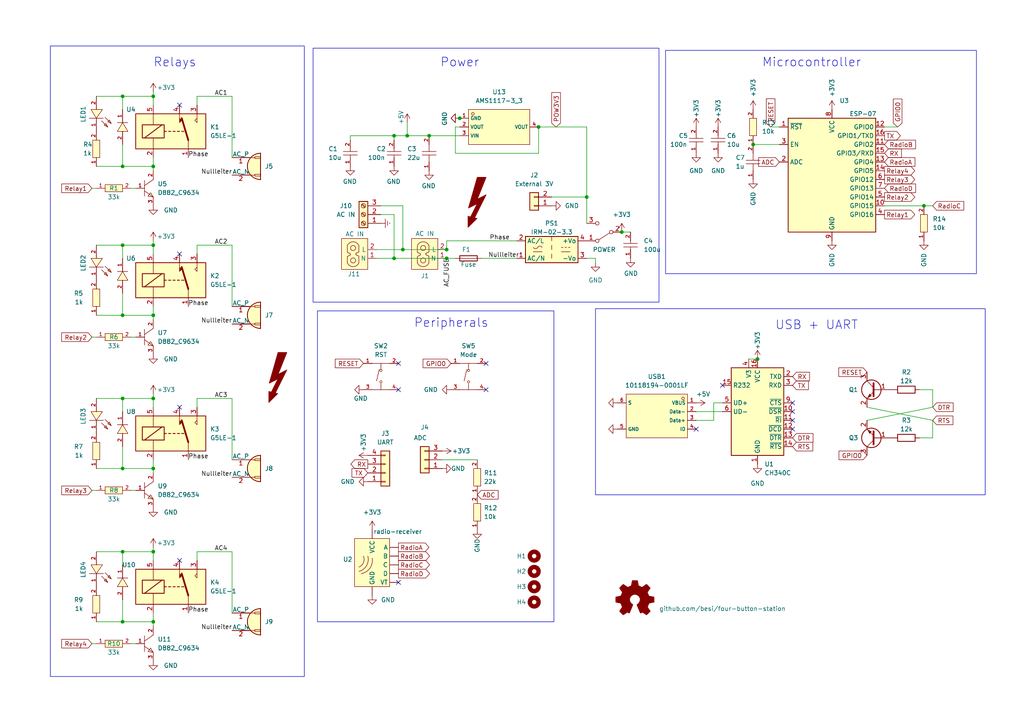
<source format=kicad_sch>
(kicad_sch (version 20230121) (generator eeschema)
  (paper "A4")
  (title_block (title "FourButtonStation") (date "2025-02-05") (rev "2.1-beta"))
  (junction (at 44.45 91.44))
  (junction (at 124.46 39.37))
  (junction (at 35.56 48.26))
  (junction (at 129.54 74.93))
  (junction (at 35.56 180.34))
  (junction (at 180.34 67.31))
  (junction (at 35.56 135.89))
  (junction (at 170.18 57.15))
  (junction (at 44.45 27.94))
  (junction (at 114.3 74.93))
  (junction (at 129.54 72.39))
  (junction (at 44.45 48.26))
  (junction (at 35.56 27.94))
  (junction (at 267.97 59.69))
  (junction (at 44.45 160.02))
  (junction (at 35.56 71.12))
  (junction (at 44.45 71.12))
  (junction (at 133.35 34.29))
  (junction (at 118.11 39.37))
  (junction (at 156.21 36.83))
  (junction (at 35.56 160.02))
  (junction (at 44.45 115.57))
  (junction (at 44.45 135.89))
  (junction (at 44.45 180.34))
  (junction (at 114.3 39.37))
  (junction (at 35.56 91.44))
  (junction (at 116.84 72.39))
  (junction (at 218.44 41.91))
  (junction (at 35.56 115.57))
  (junction (at 219.71 104.14))
  (no_connect (at 140.97 113.03))
  (no_connect (at 229.87 119.38))
  (no_connect (at 209.55 111.76))
  (no_connect (at 115.57 105.41))
  (no_connect (at 229.87 121.92))
  (no_connect (at 229.87 124.46))
  (no_connect (at 140.97 105.41))
  (no_connect (at 115.57 168.91))
  (no_connect (at 52.07 30.48))
  (no_connect (at 115.57 113.03))
  (no_connect (at 52.07 162.56))
  (no_connect (at 229.87 116.84))
  (no_connect (at 201.93 124.46))
  (no_connect (at 52.07 73.66))
  (no_connect (at 52.07 118.11))
  (wire (pts (xy 27.94 180.34) (xy 35.56 180.34)))
  (wire (pts (xy 27.94 48.26) (xy 35.56 48.26)))
  (wire (pts (xy 44.45 71.12) (xy 35.56 71.12)))
  (wire (pts (xy 57.15 160.02) (xy 57.15 162.56)))
  (wire (pts (xy 207.01 116.84) (xy 209.55 116.84)))
  (wire (pts (xy 67.31 160.02) (xy 67.31 177.8)))
  (wire (pts (xy 172.72 76.2) (xy 172.72 74.93)))
  (wire (pts (xy 35.56 41.91) (xy 35.56 48.26)))
  (wire (pts (xy 101.6 39.37) (xy 114.3 39.37)))
  (wire (pts (xy 114.3 62.23) (xy 114.3 74.93)))
  (wire (pts (xy 44.45 48.26) (xy 44.45 49.53)))
  (wire (pts (xy 101.6 40.64) (xy 101.6 39.37)))
  (wire (pts (xy 114.3 39.37) (xy 118.11 39.37)))
  (wire (pts (xy 44.45 180.34) (xy 44.45 181.61)))
  (wire (pts (xy 44.45 26.67) (xy 44.45 27.94)))
  (wire (pts (xy 267.97 59.69) (xy 270.51 59.69)))
  (wire (pts (xy 44.45 69.85) (xy 44.45 71.12)))
  (wire (pts (xy 27.94 97.79) (xy 26.67 97.79)))
  (wire (pts (xy 132.08 44.45) (xy 156.21 44.45)))
  (wire (pts (xy 109.22 72.39) (xy 116.84 72.39)))
  (wire (pts (xy 170.18 57.15) (xy 170.18 64.77)))
  (wire (pts (xy 207.01 121.92) (xy 207.01 116.84)))
  (wire (pts (xy 109.22 74.93) (xy 114.3 74.93)))
  (wire (pts (xy 132.08 36.83) (xy 133.35 36.83)))
  (wire (pts (xy 256.54 59.69) (xy 267.97 59.69)))
  (wire (pts (xy 118.11 39.37) (xy 124.46 39.37)))
  (wire (pts (xy 27.94 91.44) (xy 35.56 91.44)))
  (wire (pts (xy 129.54 74.93) (xy 132.08 74.93)))
  (wire (pts (xy 35.56 180.34) (xy 44.45 180.34)))
  (wire (pts (xy 57.15 115.57) (xy 57.15 118.11)))
  (wire (pts (xy 27.94 71.12) (xy 35.56 71.12)))
  (wire (pts (xy 38.1 142.24) (xy 39.37 142.24)))
  (wire (pts (xy 35.56 160.02) (xy 35.56 163.83)))
  (wire (pts (xy 44.45 71.12) (xy 44.45 73.66)))
  (wire (pts (xy 27.94 115.57) (xy 35.56 115.57)))
  (wire (pts (xy 201.93 119.38) (xy 209.55 119.38)))
  (wire (pts (xy 67.31 115.57) (xy 67.31 133.35)))
  (wire (pts (xy 57.15 160.02) (xy 67.31 160.02)))
  (wire (pts (xy 57.15 71.12) (xy 67.31 71.12)))
  (wire (pts (xy 38.1 186.69) (xy 39.37 186.69)))
  (wire (pts (xy 266.7 127) (xy 270.51 127)))
  (wire (pts (xy 57.15 71.12) (xy 57.15 73.66)))
  (wire (pts (xy 180.34 67.31) (xy 182.88 67.31)))
  (wire (pts (xy 270.51 121.92) (xy 270.51 127)))
  (wire (pts (xy 35.56 27.94) (xy 35.56 31.75)))
  (wire (pts (xy 44.45 45.72) (xy 44.45 48.26)))
  (wire (pts (xy 116.84 59.69) (xy 116.84 72.39)))
  (wire (pts (xy 139.7 74.93) (xy 149.86 74.93)))
  (wire (pts (xy 223.52 36.83) (xy 226.06 36.83)))
  (wire (pts (xy 44.45 135.89) (xy 44.45 137.16)))
  (wire (pts (xy 35.56 129.54) (xy 35.56 135.89)))
  (wire (pts (xy 44.45 115.57) (xy 35.56 115.57)))
  (wire (pts (xy 44.45 27.94) (xy 35.56 27.94)))
  (wire (pts (xy 44.45 160.02) (xy 44.45 162.56)))
  (wire (pts (xy 67.31 27.94) (xy 67.31 45.72)))
  (wire (pts (xy 35.56 48.26) (xy 44.45 48.26)))
  (wire (pts (xy 44.45 88.9) (xy 44.45 91.44)))
  (wire (pts (xy 44.45 177.8) (xy 44.45 180.34)))
  (wire (pts (xy 27.94 54.61) (xy 26.67 54.61)))
  (wire (pts (xy 128.27 133.35) (xy 138.43 133.35)))
  (wire (pts (xy 35.56 85.09) (xy 35.56 91.44)))
  (wire (pts (xy 114.3 40.64) (xy 114.3 39.37)))
  (wire (pts (xy 44.45 27.94) (xy 44.45 30.48)))
  (wire (pts (xy 156.21 36.83) (xy 170.18 36.83)))
  (wire (pts (xy 114.3 74.93) (xy 129.54 74.93)))
  (wire (pts (xy 44.45 158.75) (xy 44.45 160.02)))
  (wire (pts (xy 27.94 186.69) (xy 26.67 186.69)))
  (wire (pts (xy 201.93 121.92) (xy 207.01 121.92)))
  (wire (pts (xy 35.56 173.99) (xy 35.56 180.34)))
  (wire (pts (xy 129.54 69.85) (xy 129.54 72.39)))
  (wire (pts (xy 218.44 41.91) (xy 226.06 41.91)))
  (wire (pts (xy 27.94 27.94) (xy 35.56 27.94)))
  (wire (pts (xy 27.94 160.02) (xy 35.56 160.02)))
  (wire (pts (xy 266.7 113.03) (xy 270.51 113.03)))
  (wire (pts (xy 44.45 160.02) (xy 35.56 160.02)))
  (wire (pts (xy 118.11 35.56) (xy 118.11 39.37)))
  (wire (pts (xy 270.51 121.92) (xy 251.46 118.11)))
  (wire (pts (xy 44.45 114.3) (xy 44.45 115.57)))
  (wire (pts (xy 129.54 69.85) (xy 149.86 69.85)))
  (wire (pts (xy 57.15 27.94) (xy 57.15 30.48)))
  (wire (pts (xy 170.18 36.83) (xy 170.18 57.15)))
  (wire (pts (xy 35.56 115.57) (xy 35.56 119.38)))
  (wire (pts (xy 35.56 91.44) (xy 44.45 91.44)))
  (wire (pts (xy 124.46 39.37) (xy 133.35 39.37)))
  (wire (pts (xy 44.45 115.57) (xy 44.45 118.11)))
  (wire (pts (xy 270.51 118.11) (xy 251.46 121.92)))
  (wire (pts (xy 44.45 91.44) (xy 44.45 92.71)))
  (wire (pts (xy 156.21 44.45) (xy 156.21 36.83)))
  (wire (pts (xy 67.31 71.12) (xy 67.31 88.9)))
  (wire (pts (xy 160.02 57.15) (xy 170.18 57.15)))
  (wire (pts (xy 132.08 36.83) (xy 132.08 44.45)))
  (wire (pts (xy 38.1 97.79) (xy 39.37 97.79)))
  (wire (pts (xy 27.94 135.89) (xy 35.56 135.89)))
  (wire (pts (xy 35.56 135.89) (xy 44.45 135.89)))
  (wire (pts (xy 27.94 142.24) (xy 26.67 142.24)))
  (wire (pts (xy 57.15 115.57) (xy 67.31 115.57)))
  (wire (pts (xy 256.54 36.83) (xy 260.35 36.83)))
  (wire (pts (xy 38.1 54.61) (xy 39.37 54.61)))
  (wire (pts (xy 35.56 71.12) (xy 35.56 74.93)))
  (wire (pts (xy 57.15 27.94) (xy 67.31 27.94)))
  (wire (pts (xy 170.18 74.93) (xy 172.72 74.93)))
  (wire (pts (xy 116.84 72.39) (xy 129.54 72.39)))
  (wire (pts (xy 270.51 118.11) (xy 270.51 113.03)))
  (wire (pts (xy 44.45 133.35) (xy 44.45 135.89)))
  (wire (pts (xy 110.49 62.23) (xy 114.3 62.23)))
  (wire (pts (xy 217.17 104.14) (xy 219.71 104.14)))
  (wire (pts (xy 110.49 59.69) (xy 116.84 59.69)))
  (rectangle (start 172.72 89.535) (end 285.75 143.51))
  (rectangle (start 90.805 13.97) (end 191.135 87.63))
  (rectangle (start 92.075 90.17) (end 160.655 180.34))
  (rectangle (start 14.605 13.335) (end 88.265 196.215))
  (rectangle (start 193.04 14.605) (end 283.21 79.375))
  (text "Relays" (at 44.45 19.685 0) (effects (font (size 2.54 2.54)) (justify left bottom)))
  (text "Microcontroller" (at 220.98 19.685 0) (effects (font (size 2.54 2.54)) (justify left bottom)))
  (text "Power" (at 127.635 19.685 0) (effects (font (size 2.54 2.54)) (justify left bottom)))
  (text "USB + UART" (at 224.79 95.885 0) (effects (font (size 2.54 2.54)) (justify left bottom)))
  (text "Peripherals" (at 120.015 95.25 0) (effects (font (size 2.54 2.54)) (justify left bottom)))
  (label "Nullleiter" (at 67.31 93.98 180))
  (label "Nullleiter" (at 141.605 74.93 0))
  (label "AC2" (at 62.23 71.12 0))
  (label "Phase" (at 141.986 69.85 0))
  (label "AC1" (at 62.23 27.94 0))
  (label "AC3" (at 62.23 115.57 0))
  (label "AC_FUSE" (at 130.556 74.93 270))
  (label "Phase" (at 54.61 88.9 0))
  (label "Nullleiter" (at 67.31 50.8 180))
  (label "Nullleiter" (at 67.31 182.88 180))
  (label "Phase" (at 54.61 133.35 0))
  (label "Nullleiter" (at 67.31 138.43 180))
  (label "Phase" (at 54.61 177.8 0))
  (label "AC4" (at 62.23 160.02 0))
  (label "Phase" (at 54.61 45.72 0))
  (global_label "ADC" (shape input) (at 138.43 143.51 0) (property "Intersheetrefs" "${INTERSHEET_REFS}" (effects hide)))
  (global_label "RadioB" (shape output) (at 115.57 161.29 0) (property "Intersheetrefs" "${INTERSHEET_REFS}" (effects hide)))
  (global_label "RadioD" (shape input) (at 256.54 54.61 0) (property "Intersheetrefs" "${INTERSHEET_REFS}" (effects hide)))
  (global_label "RadioB" (shape input) (at 256.54 41.91 0) (property "Intersheetrefs" "${INTERSHEET_REFS}" (effects hide)))
  (global_label "ADC" (shape input) (at 226.06 46.99 180) (property "Intersheetrefs" "${INTERSHEET_REFS}" (effects hide)))
  (global_label "RTS" (shape input) (at 270.51 121.92 0) (property "Intersheetrefs" "${INTERSHEET_REFS}" (effects hide)))
  (global_label "DTR" (shape input) (at 229.87 127 0) (property "Intersheetrefs" "${INTERSHEET_REFS}" (effects hide)))
  (global_label "TX" (shape input) (at 229.87 111.76 0) (property "Intersheetrefs" "${INTERSHEET_REFS}" (effects hide)))
  (global_label "RX" (shape output) (at 106.68 134.62 180) (property "Intersheetrefs" "${INTERSHEET_REFS}" (effects hide)))
  (global_label "Relay2" (shape input) (at 26.67 97.79 180) (property "Intersheetrefs" "${INTERSHEET_REFS}" (effects hide)))
  (global_label "Relay1" (shape input) (at 26.67 54.61 180) (property "Intersheetrefs" "${INTERSHEET_REFS}" (effects hide)))
  (global_label "RTS" (shape input) (at 229.87 129.54 0) (property "Intersheetrefs" "${INTERSHEET_REFS}" (effects hide)))
  (global_label "RESET" (shape input) (at 223.52 36.83 90) (property "Intersheetrefs" "${INTERSHEET_REFS}" (effects hide)))
  (global_label "Relay4" (shape output) (at 256.54 49.53 0) (property "Intersheetrefs" "${INTERSHEET_REFS}" (effects hide)))
  (global_label "RadioA" (shape output) (at 115.57 158.75 0) (property "Intersheetrefs" "${INTERSHEET_REFS}" (effects hide)))
  (global_label "RESET" (shape input) (at 105.41 105.41 180) (property "Intersheetrefs" "${INTERSHEET_REFS}" (effects hide)))
  (global_label "RadioA" (shape input) (at 256.54 46.99 0) (property "Intersheetrefs" "${INTERSHEET_REFS}" (effects hide)))
  (global_label "RESET" (shape input) (at 251.46 107.95 180) (property "Intersheetrefs" "${INTERSHEET_REFS}" (effects hide)))
  (global_label "RX" (shape input) (at 229.87 109.22 0) (property "Intersheetrefs" "${INTERSHEET_REFS}" (effects hide)))
  (global_label "RadioD" (shape output) (at 115.57 166.37 0) (property "Intersheetrefs" "${INTERSHEET_REFS}" (effects hide)))
  (global_label "RadioC" (shape input) (at 270.51 59.69 0) (property "Intersheetrefs" "${INTERSHEET_REFS}" (effects hide)))
  (global_label "Relay2" (shape output) (at 256.54 57.15 0) (property "Intersheetrefs" "${INTERSHEET_REFS}" (effects hide)))
  (global_label "Relay3" (shape output) (at 256.54 52.07 0) (property "Intersheetrefs" "${INTERSHEET_REFS}" (effects hide)))
  (global_label "Relay1" (shape output) (at 256.54 62.23 0) (property "Intersheetrefs" "${INTERSHEET_REFS}" (effects hide)))
  (global_label "GPIO0" (shape input) (at 260.35 36.83 90) (property "Intersheetrefs" "${INTERSHEET_REFS}" (effects hide)))
  (global_label "Relay3" (shape input) (at 26.67 142.24 180) (property "Intersheetrefs" "${INTERSHEET_REFS}" (effects hide)))
  (global_label "TX" (shape output) (at 256.54 39.37 0) (property "Intersheetrefs" "${INTERSHEET_REFS}" (effects hide)))
  (global_label "GPIO0" (shape input) (at 251.46 132.08 180) (property "Intersheetrefs" "${INTERSHEET_REFS}" (effects hide)))
  (global_label "TX" (shape input) (at 106.68 137.16 180) (property "Intersheetrefs" "${INTERSHEET_REFS}" (effects hide)))
  (global_label "Relay4" (shape input) (at 26.67 186.69 180) (property "Intersheetrefs" "${INTERSHEET_REFS}" (effects hide)))
  (global_label "RadioC" (shape output) (at 115.57 163.83 0) (property "Intersheetrefs" "${INTERSHEET_REFS}" (effects hide)))
  (global_label "POW3V3" (shape input) (at 161.29 36.83 90) (property "Intersheetrefs" "${INTERSHEET_REFS}" (effects hide)))
  (global_label "RX" (shape input) (at 256.54 44.45 0) (property "Intersheetrefs" "${INTERSHEET_REFS}" (effects hide)))
  (global_label "DTR" (shape input) (at 270.51 118.11 0) (property "Intersheetrefs" "${INTERSHEET_REFS}" (effects hide)))
  (global_label "GPIO0" (shape input) (at 130.81 105.41 180) (property "Intersheetrefs" "${INTERSHEET_REFS}" (effects hide)))
  (symbol (lib_id "Connector_Generic:Conn_01x04") (at 111.76 137.16 0) (mirror x) (unit 1) (in_bom no)
    (property "Reference" "J3" (at 111.76 125.73 0))
    (property "Value" "UART" (at 111.76 128.27 0))
    (property "Footprint" "Connector_PinHeader_2.54mm:PinHeader_1x04_P2.54mm_Vertical" (effects hide))
  )
  (symbol (lib_id "Connector:Conn_WallSocket") (at 72.39 48.26 0) (unit 1) (in_bom no)
    (property "Reference" "J5" (at 76.835 48.26 0) (effects (justify left)))
    (property "Value" "Conn_WallSocket" (effects hide))
    (property "Footprint" "TerminalBlock_Phoenix:TerminalBlock_Phoenix_MKDS-1,5-2_1x02_P5.00mm_Horizontal" (effects hide))
  )
  (symbol (lib_id "CL05B104KO5NNNC:CL05B104KO5NNNC") (at 201.93 40.64 90) (unit 1)
    (property "Reference" "C5" (at 196.85 39.37 90) (effects (justify right)))
    (property "Value" "100n" (at 194.31 41.91 90) (effects (justify right)))
    (property "Footprint" "jlc_footprints:C0402" (effects hide))
    (property "Datasheet" "https://item.szlcsc.com/15869.html" (effects hide))
    (property "LCSC" "C1525" (effects hide))
  )
  (symbol (lib_id "jlc_symbols:0603WAF3302T5E") (at 33.02 54.61 0) (unit 1)
    (property "Reference" "R1" (at 33.02 54.61 0))
    (property "Value" "33k" (at 33.02 57.15 0))
    (property "Footprint" "jlc_footprints:R0603" (effects hide))
    (property "Datasheet" "https://www.mouser.in/datasheet/2/447/PYu_RT_1_to_0_01_RoHS_L_11-1669912.pdf" (effects hide))
    (property "LCSC" "C4216" (effects hide))
  )
  (symbol (lib_id "power:GND") (at 44.45 147.32 0) (unit 1)
    (property "Reference" "#PWR022" (effects hide))
    (property "Value" "GND" (at 47.498 148.5899 0) (effects (justify left)))
  )
  (symbol (lib_id "power:+3V3") (at 219.71 104.14 0) (mirror y) (unit 1)
    (property "Reference" "#PWR015" (effects hide))
    (property "Value" "+3V3" (at 219.71 96.139 90) (effects (justify right)))
  )
  (symbol (lib_id "jlc_symbols:KT-0603R") (at 27.94 76.2 270) (mirror x) (unit 1)
    (property "Reference" "LED2" (at 24.13 78.74 0) (effects (justify left)))
    (property "Value" "KT-0603R" (effects hide))
    (property "Footprint" "jlc_footprints:LED0603-RD" (effects hide))
    (property "Datasheet" "https://item.szlcsc.com/347874.html" (effects hide))
    (property "LCSC" "C2286" (effects hide))
  )
  (symbol (lib_id "power:GND") (at 219.71 134.62 0) (unit 1)
    (property "Reference" "#PWR018" (effects hide))
    (property "Value" "GND" (at 219.71 140.208 0))
  )
  (symbol (lib_id "power:GND") (at 133.35 34.29 270) (unit 1)
    (property "Reference" "#PWR032" (effects hide))
    (property "Value" "GND" (at 128.9558 34.417 0))
  )
  (symbol (lib_id "jlc_symbols:0603WAF3302T5E") (at 33.02 186.69 0) (unit 1)
    (property "Reference" "R10" (at 33.02 186.69 0))
    (property "Value" "33k" (at 33.02 189.23 0))
    (property "Footprint" "jlc_footprints:R0603" (effects hide))
    (property "Datasheet" "https://www.mouser.in/datasheet/2/447/PYu_RT_1_to_0_01_RoHS_L_11-1669912.pdf" (effects hide))
    (property "LCSC" "C4216" (effects hide))
  )
  (symbol (lib_id "jlc_symbols:KT-0603R") (at 27.94 120.65 270) (mirror x) (unit 1)
    (property "Reference" "LED3" (at 24.13 123.19 0) (effects (justify left)))
    (property "Value" "KT-0603R" (effects hide))
    (property "Footprint" "jlc_footprints:LED0603-RD" (effects hide))
    (property "Datasheet" "https://item.szlcsc.com/347874.html" (effects hide))
    (property "LCSC" "C2286" (effects hide))
  )
  (symbol (lib_id "Mechanical:MountingHole") (at 154.94 170.18 0) (unit 1) (in_bom no)
    (property "Reference" "H3" (at 149.86 170.18 0) (effects (justify left)))
    (property "Value" "MountingHole" (effects hide))
    (property "Footprint" "MountingHole:MountingHole_3.2mm_M3" (effects hide))
  )
  (symbol (lib_id "power:GND") (at 105.41 113.03 270) (mirror x) (unit 1)
    (property "Reference" "#PWR02" (effects hide))
    (property "Value" "GND" (at 106.68 115.57 90) (effects (justify right)))
  )
  (symbol (lib_id "power:GND") (at 218.44 52.07 0) (unit 1)
    (property "Reference" "#PWR042" (effects hide))
    (property "Value" "GND" (at 218.44 59.69 90) (effects (justify left)))
  )
  (symbol (lib_id "Graphic:SYM_Flash_XLarge") (at 80.645 110.49 0) (unit 1) (in_bom no) (on_board no)
    (property "Reference" "Sym3" (effects hide))
    (property "Value" "SYM_Flash_XLarge" (effects hide))
    (property "Sim.Enable" "0" (effects hide))
  )
  (symbol (lib_id "jlc_symbols:KT-0603R") (at 27.94 165.1 270) (mirror x) (unit 1)
    (property "Reference" "LED4" (at 24.13 167.64 0) (effects (justify left)))
    (property "Value" "KT-0603R" (effects hide))
    (property "Footprint" "jlc_footprints:LED0603-RD" (effects hide))
    (property "Datasheet" "https://item.szlcsc.com/347874.html" (effects hide))
    (property "LCSC" "C2286" (effects hide))
  )
  (symbol (lib_id "Device:R") (at 262.89 113.03 90) (unit 1)
    (property "Reference" "R2" (at 262.89 107.95 90))
    (property "Value" "12k" (at 262.89 110.49 90))
    (property "Footprint" "jlc_footprints:R0402" (effects hide))
    (property "LCSC" "C25752" (effects hide))
  )
  (symbol (lib_id "jlc_symbols:SM4007PL") (at 35.56 36.83 270) (unit 1)
    (property "Reference" "U4" (at 39.37 31.75 90) (effects (justify right)))
    (property "Value" "SM4007PL" (effects hide))
    (property "Footprint" "jlc_footprints:SOD-123F_L2.8-W1.8-LS3.7-RD" (effects hide))
    (property "Datasheet" "https://item.szlcsc.com/60254.html" (effects hide))
    (property "LCSC" "C64898" (effects hide))
  )
  (symbol (lib_id "power:GND") (at 172.72 76.2 0) (unit 1)
    (property "Reference" "#PWR03" (effects hide))
    (property "Value" "GND" (at 172.72 81.28 0))
  )
  (symbol (lib_id "jlc_symbols:0402WGF1001TCE") (at 27.94 43.18 90) (unit 1)
    (property "Reference" "R4" (at 24.13 41.91 90) (effects (justify right)))
    (property "Value" "1k" (at 24.13 44.45 90) (effects (justify right)))
    (property "Footprint" "jlc_footprints:R0402" (effects hide))
    (property "Datasheet" "https://item.szlcsc.com/323315.html" (effects hide))
    (property "LCSC" "C11702" (effects hide))
  )
  (symbol (lib_id "Relay:G5LE-1") (at 49.53 38.1 0) (unit 1) (in_bom no)
    (property "Reference" "K1" (at 60.96 36.83 0) (effects (justify left)))
    (property "Value" "G5LE-1" (at 60.96 39.37 0) (effects (justify left)))
    (property "Footprint" "Relay_THT:Relay_SPDT_Omron-G5LE-1" (effects hide))
    (property "Datasheet" "http://www.omron.com/ecb/products/pdf/en-g5le.pdf" (effects hide))
  )
  (symbol (lib_name "GND_1") (lib_id "power:GND") (at 208.28 44.45 0) (unit 1)
    (property "Reference" "#PWR037" (effects hide))
    (property "Value" "GND" (at 208.28 49.53 0))
  )
  (symbol (lib_id "power:+3V3") (at 44.45 26.67 0) (unit 1)
    (property "Reference" "#PWR016" (effects hide))
    (property "Value" "+3V3" (at 50.8 25.4 0) (effects (justify right)))
  )
  (symbol (lib_id "jlc_symbols:0603WAF1002T5E") (at 218.44 36.83 90) (unit 1)
    (property "Reference" "R13" (at 220.98 35.56 90) (effects (justify right)))
    (property "Value" "10k" (at 220.98 38.1 90) (effects (justify right)))
    (property "Footprint" "jlc_footprints:R0603" (effects hide))
    (property "Datasheet" "https://www.mouser.in/datasheet/2/447/PYu_RT_1_to_0_01_RoHS_L_11-1669912.pdf" (effects hide))
    (property "LCSC" "C25804" (effects hide))
  )
  (symbol (lib_id "jlc_symbols:D882_C9634") (at 41.91 97.79 0) (unit 1)
    (property "Reference" "U7" (at 45.72 96.52 0) (effects (justify left)))
    (property "Value" "D882_C9634" (at 45.72 99.06 0) (effects (justify left)))
    (property "Footprint" "jlc_footprints:SOT-89-3_L4.5-W2.5-P1.50-LS4.2-BR" (effects hide))
    (property "Datasheet" "https://item.szlcsc.com/421845.html" (effects hide))
    (property "LCSC" "C9634" (effects hide))
  )
  (symbol (lib_id "c8-inlet:c8-inlet") (at 102.87 72.39 0) (mirror x) (unit 1) (in_bom no)
    (property "Reference" "J11" (at 104.4715 79.4682 0) (effects (justify right)))
    (property "Value" "AC IN" (at 105.6365 67.8755 0) (effects (justify right)))
    (property "Footprint" "c8-inlet:c8-inlet" (effects hide))
    (property "Datasheet" "https://www.switchcraft.com/assets/1/24/RAPC322X_CD.PDF?4597" (effects hide))
  )
  (symbol (lib_id "power:GND") (at 179.07 116.84 270) (unit 1)
    (property "Reference" "#PWR039" (effects hide))
    (property "Value" "GND" (effects hide))
  )
  (symbol (lib_id "power:GND") (at 101.6 48.26 0) (mirror y) (unit 1)
    (property "Reference" "#PWR025" (effects hide))
    (property "Value" "GND" (at 101.473 52.6542 0))
  )
  (symbol (lib_id "Transistor_BJT:MMBT3904") (at 254 113.03 0) (mirror y) (unit 1)
    (property "Reference" "Q1" (at 248.92 113.03 0) (effects (justify left)))
    (property "Value" "MMBT3904" (effects hide))
    (property "Footprint" "jlc_footprints:SOT-23-3_L2.9-W1.3-P1.90-LS2.4-BR" (effects hide))
    (property "Datasheet" "https://www.onsemi.com/pub/Collateral/2N3903-D.PDF" (effects hide))
    (property "LCSC" "C20526" (effects hide))
  )
  (symbol (lib_id "power:GND") (at 44.45 102.87 0) (unit 1)
    (property "Reference" "#PWR020" (effects hide))
    (property "Value" "GND" (at 47.498 104.1399 0) (effects (justify left)))
  )
  (symbol (lib_id "power:GND") (at 124.46 49.53 0) (mirror y) (unit 1)
    (property "Reference" "#PWR031" (effects hide))
    (property "Value" "GND" (at 124.333 53.9242 0))
  )
  (symbol (lib_id "TS-1187A-B-A-B:TS-1187A-B-A-B") (at 135.89 107.95 0) (unit 1)
    (property "Reference" "SW5" (at 135.89 100.33 0))
    (property "Value" "Mode" (at 135.89 102.87 0))
    (property "Footprint" "jlc_footprints:SW-SMD_4P-L5.1-W5.1-P3.70-LS6.5-TL-2" (effects hide))
    (property "Datasheet" "https://item.szlcsc.com/300285.html" (effects hide))
    (property "LCSC" "C318884" (effects hide))
  )
  (symbol (lib_id "Relay:G5LE-1") (at 49.53 125.73 0) (unit 1) (in_bom no)
    (property "Reference" "K3" (at 60.96 124.46 0) (effects (justify left)))
    (property "Value" "G5LE-1" (at 60.96 127 0) (effects (justify left)))
    (property "Footprint" "Relay_THT:Relay_SPDT_Omron-G5LE-1" (effects hide))
    (property "Datasheet" "http://www.omron.com/ecb/products/pdf/en-g5le.pdf" (effects hide))
  )
  (symbol (lib_id "jlc_symbols:D882_C9634") (at 41.91 54.61 0) (unit 1)
    (property "Reference" "U5" (at 45.72 53.34 0) (effects (justify left)))
    (property "Value" "D882_C9634" (at 45.72 55.88 0) (effects (justify left)))
    (property "Footprint" "jlc_footprints:SOT-89-3_L4.5-W2.5-P1.50-LS4.2-BR" (effects hide))
    (property "Datasheet" "https://item.szlcsc.com/421845.html" (effects hide))
    (property "LCSC" "C9634" (effects hide))
  )
  (symbol (lib_id "power:+3V3") (at 106.68 132.08 90) (unit 1)
    (property "Reference" "#PWR08" (effects hide))
    (property "Value" "+3V3" (at 105.41 125.73 0) (effects (justify right)))
  )
  (symbol (lib_id "power:+5V") (at 201.93 116.84 270) (unit 1)
    (property "Reference" "#PWR010" (effects hide))
    (property "Value" "+5V" (at 201.93 114.3 90) (effects (justify left)))
  )
  (symbol (lib_id "Relay:G5LE-1") (at 49.53 81.28 0) (unit 1) (in_bom no)
    (property "Reference" "K2" (at 60.96 80.01 0) (effects (justify left)))
    (property "Value" "G5LE-1" (at 60.96 82.55 0) (effects (justify left)))
    (property "Footprint" "Relay_THT:Relay_SPDT_Omron-G5LE-1" (effects hide))
    (property "Datasheet" "http://www.omron.com/ecb/products/pdf/en-g5le.pdf" (effects hide))
  )
  (symbol (lib_id "Mechanical:MountingHole") (at 154.94 161.29 0) (unit 1) (in_bom no)
    (property "Reference" "H1" (at 149.86 161.29 0) (effects (justify left)))
    (property "Value" "MountingHole" (effects hide))
    (property "Footprint" "MountingHole:MountingHole_3.2mm_M3" (effects hide))
  )
  (symbol (lib_id "CL05B104KO5NNNC:CL05B104KO5NNNC") (at 114.3 44.45 90) (unit 1)
    (property "Reference" "C2" (at 109.22 43.18 90) (effects (justify right)))
    (property "Value" "100n" (at 106.68 45.72 90) (effects (justify right)))
    (property "Footprint" "jlc_footprints:C0402" (effects hide))
    (property "Datasheet" "https://item.szlcsc.com/15869.html" (effects hide))
    (property "LCSC" "C1525" (effects hide))
  )
  (symbol (lib_id "jlc_symbols:0603WAF3302T5E") (at 33.02 97.79 0) (unit 1)
    (property "Reference" "R6" (at 33.02 97.79 0))
    (property "Value" "33k" (at 33.02 100.33 0))
    (property "Footprint" "jlc_footprints:R0603" (effects hide))
    (property "Datasheet" "https://www.mouser.in/datasheet/2/447/PYu_RT_1_to_0_01_RoHS_L_11-1669912.pdf" (effects hide))
    (property "LCSC" "C4216" (effects hide))
  )
  (symbol (lib_id "power:GND") (at 179.07 124.46 270) (unit 1)
    (property "Reference" "#PWR04" (effects hide))
    (property "Value" "GND" (effects hide))
  )
  (symbol (lib_name "GND_1") (lib_id "power:GND") (at 201.93 44.45 0) (unit 1)
    (property "Reference" "#PWR035" (effects hide))
    (property "Value" "GND" (at 201.93 49.53 0))
  )
  (symbol (lib_id "jlc_symbols:0402WGF1001TCE") (at 27.94 175.26 270) (mirror x) (unit 1)
    (property "Reference" "R9" (at 24.13 173.99 90) (effects (justify right)))
    (property "Value" "1k" (at 24.13 176.53 90) (effects (justify right)))
    (property "Footprint" "jlc_footprints:R0402" (effects hide))
    (property "Datasheet" "https://item.szlcsc.com/323315.html" (effects hide))
    (property "LCSC" "C11702" (effects hide))
  )
  (symbol (lib_id "RF_Module:ESP-07") (at 241.3 52.07 0) (unit 1)
    (property "Reference" "U3" (at 243.4941 29.21 0) (effects (justify left)))
    (property "Value" "ESP-07" (at 246.38 33.02 0) (effects (justify left)))
    (property "Footprint" "jlc_footprints:WIFIM-SMD_ESP-07" (effects hide))
    (property "Datasheet" "https://docs.ai-thinker.com/_media/esp8266/docs/esp-07s_product_specification_en.pdf" (effects hide))
    (property "LCSC" "C82894" (effects hide))
  )
  (symbol (lib_id "power:GND") (at 107.95 172.72 0) (unit 1)
    (property "Reference" "#PWR012" (effects hide))
    (property "Value" "GND" (at 110.49 173.9899 0) (effects (justify left)))
  )
  (symbol (lib_id "jlc_symbols:D882_C9634") (at 41.91 186.69 0) (unit 1)
    (property "Reference" "U11" (at 45.72 185.42 0) (effects (justify left)))
    (property "Value" "D882_C9634" (at 45.72 187.96 0) (effects (justify left)))
    (property "Footprint" "jlc_footprints:SOT-89-3_L4.5-W2.5-P1.50-LS4.2-BR" (effects hide))
    (property "Datasheet" "https://item.szlcsc.com/421845.html" (effects hide))
    (property "LCSC" "C9634" (effects hide))
  )
  (symbol (lib_id "jlc_symbols:0603WAF2202T5E") (at 138.43 138.43 90) (unit 1)
    (property "Reference" "R11" (at 140.335 137.16 90) (effects (justify right)))
    (property "Value" "22k" (at 140.335 139.7 90) (effects (justify right)))
    (property "Footprint" "jlc_footprints:R0603" (effects hide))
    (property "Datasheet" "https://www.mouser.in/datasheet/2/447/PYu_RT_1_to_0_01_RoHS_L_11-1669912.pdf" (effects hide))
    (property "LCSC" "C31850" (effects hide))
  )
  (symbol (lib_id "jlc_symbols:SM4007PL") (at 35.56 124.46 270) (unit 1)
    (property "Reference" "U8" (at 39.37 119.38 90) (effects (justify right)))
    (property "Value" "SM4007PL" (effects hide))
    (property "Footprint" "jlc_footprints:SOD-123F_L2.8-W1.8-LS3.7-RD" (effects hide))
    (property "Datasheet" "https://item.szlcsc.com/60254.html" (effects hide))
    (property "LCSC" "C64898" (effects hide))
  )
  (symbol (lib_id "power:GND") (at 241.3 69.85 0) (unit 1)
    (property "Reference" "#PWR027" (effects hide))
    (property "Value" "GND" (at 241.3 77.47 90) (effects (justify left)))
  )
  (symbol (lib_id "power:GND") (at 44.45 191.77 0) (unit 1)
    (property "Reference" "#PWR024" (effects hide))
    (property "Value" "GND" (at 47.498 193.0399 0) (effects (justify left)))
  )
  (symbol (lib_id "power:GND") (at 160.02 59.69 90) (unit 1)
    (property "Reference" "#PWR01" (effects hide))
    (property "Value" "GND" (at 163.83 59.69 90) (effects (justify right)))
  )
  (symbol (lib_id "power:GND") (at 128.27 135.89 90) (mirror x) (unit 1)
    (property "Reference" "#PWR013" (effects hide))
    (property "Value" "GND" (at 130.81 135.89 90) (effects (justify right)))
  )
  (symbol (lib_id "CL05A106MQ5NUNC:CL05A106MQ5NUNC") (at 101.6 44.45 90) (unit 1)
    (property "Reference" "C1" (at 95.25 43.18 90) (effects (justify right)))
    (property "Value" "10u" (at 95.25 45.72 90) (effects (justify right)))
    (property "Footprint" "jlc_footprints:C0402" (effects hide))
    (property "Datasheet" "https://item.szlcsc.com/15869.html" (effects hide))
    (property "LCSC" "C15525" (effects hide))
  )
  (symbol (lib_id "power:+3V3") (at 201.93 36.83 0) (mirror y) (unit 1)
    (property "Reference" "#PWR030" (effects hide))
    (property "Value" "+3V3" (at 201.93 28.829 90) (effects (justify right)))
  )
  (symbol (lib_id "power:+3V3") (at 128.27 130.81 270) (unit 1)
    (property "Reference" "#PWR014" (effects hide))
    (property "Value" "+3V3" (at 136.398 130.81 90) (effects (justify right)))
  )
  (symbol (lib_id "Switch:SW_SPDT") (at 175.26 67.31 180) (unit 1) (in_bom no)
    (property "Reference" "SW1" (effects hide))
    (property "Value" "POWER" (at 175.26 72.39 0))
    (property "Footprint" "as12ap:as12ap" (effects hide))
  )
  (symbol (lib_id "power:GND") (at 182.88 74.93 0) (unit 1)
    (property "Reference" "#PWR034" (effects hide))
    (property "Value" "GND" (at 183.007 79.3242 0))
  )
  (symbol (lib_id "Converter_ACDC:IRM-02-5") (at 160.02 72.39 0) (unit 1) (in_bom no)
    (property "Reference" "PS1" (at 160.02 64.77 0))
    (property "Value" "IRM-02-3.3" (at 160.02 67.31 0))
    (property "Footprint" "Converter_ACDC:Converter_ACDC_MeanWell_IRM-05-xx_THT" (effects hide))
    (property "Datasheet" "https://www.meanwell.com/Upload/PDF/IRM-02/IRM-02-SPEC.PDF" (effects hide))
  )
  (symbol (lib_id "Connector:Screw_Terminal_01x03") (at 105.41 62.23 180) (unit 1) (in_bom no)
    (property "Reference" "J10" (at 100.33 59.69 0))
    (property "Value" "AC IN" (at 100.33 62.23 0))
    (property "Footprint" "TerminalBlock_Phoenix:TerminalBlock_Phoenix_MKDS-1,5-3-5.08_1x03_P5.08mm_Horizontal" (effects hide))
  )
  (symbol (lib_id "jlc_symbols:0603WAF1002T5E") (at 267.97 64.77 90) (unit 1)
    (property "Reference" "R14" (at 270.51 63.5 90) (effects (justify right)))
    (property "Value" "10k" (at 270.51 66.04 90) (effects (justify right)))
    (property "Footprint" "jlc_footprints:R0603" (effects hide))
    (property "Datasheet" "https://www.mouser.in/datasheet/2/447/PYu_RT_1_to_0_01_RoHS_L_11-1669912.pdf" (effects hide))
    (property "LCSC" "C25804" (effects hide))
  )
  (symbol (lib_id "Transistor_BJT:MMBT3904") (at 254 127 180) (unit 1)
    (property "Reference" "Q3" (at 248.92 127 0) (effects (justify left)))
    (property "Value" "MMBT3904" (effects hide))
    (property "Footprint" "jlc_footprints:SOT-23-3_L2.9-W1.3-P1.90-LS2.4-BR" (effects hide))
    (property "Datasheet" "https://www.onsemi.com/pub/Collateral/2N3903-D.PDF" (effects hide))
    (property "LCSC" "C20526" (effects hide))
  )
  (symbol (lib_id "jlc_symbols:0402WGF1001TCE") (at 27.94 86.36 270) (mirror x) (unit 1)
    (property "Reference" "R5" (at 24.13 85.09 90) (effects (justify right)))
    (property "Value" "1k" (at 24.13 87.63 90) (effects (justify right)))
    (property "Footprint" "jlc_footprints:R0402" (effects hide))
    (property "Datasheet" "https://item.szlcsc.com/323315.html" (effects hide))
    (property "LCSC" "C11702" (effects hide))
  )
  (symbol (lib_id "power:GND") (at 44.45 59.69 0) (unit 1)
    (property "Reference" "#PWR017" (effects hide))
    (property "Value" "GND" (at 47.498 60.9599 0) (effects (justify left)))
  )
  (symbol (lib_id "power:+3V3") (at 241.3 31.75 0) (unit 1)
    (property "Reference" "#PWR026" (effects hide))
    (property "Value" "+3V3" (at 241.3 22.86 90) (effects (justify right)))
  )
  (symbol (lib_id "power:+3V3") (at 107.95 153.67 0) (unit 1)
    (property "Reference" "#PWR011" (effects hide))
    (property "Value" "+3V3" (at 107.95 148.59 0))
  )
  (symbol (lib_id "Relay:G5LE-1") (at 49.53 170.18 0) (unit 1) (in_bom no)
    (property "Reference" "K4" (at 60.96 168.91 0) (effects (justify left)))
    (property "Value" "G5LE-1" (at 60.96 171.45 0) (effects (justify left)))
    (property "Footprint" "Relay_THT:Relay_SPDT_Omron-G5LE-1" (effects hide))
    (property "Datasheet" "http://www.omron.com/ecb/products/pdf/en-g5le.pdf" (effects hide))
  )
  (symbol (lib_id "power:+5V") (at 118.11 35.56 0) (mirror y) (unit 1)
    (property "Reference" "#PWR029" (effects hide))
    (property "Value" "+5V" (at 116.332 32.004 90) (effects (justify right)))
  )
  (symbol (lib_id "jlc_symbols:0603WAF3302T5E") (at 33.02 142.24 0) (unit 1)
    (property "Reference" "R8" (at 33.02 142.24 0))
    (property "Value" "33k" (at 33.02 144.78 0))
    (property "Footprint" "jlc_footprints:R0603" (effects hide))
    (property "Datasheet" "https://www.mouser.in/datasheet/2/447/PYu_RT_1_to_0_01_RoHS_L_11-1669912.pdf" (effects hide))
    (property "LCSC" "C4216" (effects hide))
  )
  (symbol (lib_id "jlc_symbols:10118194-0001LF") (at 190.5 119.38 0) (mirror y) (unit 1)
    (property "Reference" "USB1" (at 190.5 109.22 0))
    (property "Value" "10118194-0001LF" (at 190.5 111.76 0))
    (property "Footprint" "jlc_footprints:MICRO-USB-SMD_10118194-0001LF" (effects hide))
    (property "Datasheet" "https://item.szlcsc.com/143863.html" (effects hide))
    (property "LCSC" "C132563" (effects hide))
  )
  (symbol (lib_id "CL05A106MQ5NUNC:CL05A106MQ5NUNC") (at 208.28 40.64 90) (unit 1)
    (property "Reference" "C6" (at 210.82 39.37 90) (effects (justify right)))
    (property "Value" "10u" (at 210.82 41.91 90) (effects (justify right)))
    (property "Footprint" "jlc_footprints:C0402" (effects hide))
    (property "Datasheet" "https://item.szlcsc.com/15869.html" (effects hide))
    (property "LCSC" "C15525" (effects hide))
  )
  (symbol (lib_id "TS-1187A-B-A-B:TS-1187A-B-A-B") (at 110.49 107.95 0) (unit 1)
    (property "Reference" "SW2" (at 110.49 100.33 0))
    (property "Value" "RST" (at 110.49 102.87 0))
    (property "Footprint" "jlc_footprints:SW-SMD_4P-L5.1-W5.1-P3.70-LS6.5-TL-2" (effects hide))
    (property "Datasheet" "https://item.szlcsc.com/300285.html" (effects hide))
    (property "LCSC" "C318884" (effects hide))
  )
  (symbol (lib_id "power:+3V3") (at 44.45 158.75 0) (unit 1)
    (property "Reference" "#PWR023" (effects hide))
    (property "Value" "+3V3" (at 50.8 157.48 0) (effects (justify right)))
  )
  (symbol (lib_id "power:+3V3") (at 208.28 36.83 0) (mirror y) (unit 1)
    (property "Reference" "#PWR036" (effects hide))
    (property "Value" "+3V3" (at 208.28 28.829 90) (effects (justify right)))
  )
  (symbol (lib_id "jlc_symbols:CL10A105KB8NNNC") (at 218.44 46.99 90) (unit 1)
    (property "Reference" "C7" (at 213.36 45.72 90) (effects (justify right)))
    (property "Value" "1u" (at 213.36 48.26 90) (effects (justify right)))
    (property "Footprint" "jlc_footprints:C0603" (effects hide))
    (property "Datasheet" "https://item.szlcsc.com/362304.html" (effects hide))
    (property "LCSC" "C15849" (effects hide))
  )
  (symbol (lib_id "jlc_symbols:SM4007PL") (at 35.56 168.91 270) (unit 1)
    (property "Reference" "U10" (at 39.37 163.83 90) (effects (justify right)))
    (property "Value" "SM4007PL" (effects hide))
    (property "Footprint" "jlc_footprints:SOD-123F_L2.8-W1.8-LS3.7-RD" (effects hide))
    (property "Datasheet" "https://item.szlcsc.com/60254.html" (effects hide))
    (property "LCSC" "C64898" (effects hide))
  )
  (symbol (lib_id "power:+3V3") (at 44.45 114.3 0) (unit 1)
    (property "Reference" "#PWR021" (effects hide))
    (property "Value" "+3V3" (at 50.8 113.03 0) (effects (justify right)))
  )
  (symbol (lib_id "Mechanical:MountingHole") (at 154.94 174.625 0) (unit 1) (in_bom no)
    (property "Reference" "H4" (at 149.86 174.625 0) (effects (justify left)))
    (property "Value" "MountingHole" (effects hide))
    (property "Footprint" "MountingHole:MountingHole_3.2mm_M3" (effects hide))
  )
  (symbol (lib_id "jlc_symbols:D882_C9634") (at 41.91 142.24 0) (unit 1)
    (property "Reference" "U9" (at 45.72 140.97 0) (effects (justify left)))
    (property "Value" "D882_C9634" (at 45.72 143.51 0) (effects (justify left)))
    (property "Footprint" "jlc_footprints:SOT-89-3_L4.5-W2.5-P1.50-LS4.2-BR" (effects hide))
    (property "Datasheet" "https://item.szlcsc.com/421845.html" (effects hide))
    (property "LCSC" "C9634" (effects hide))
  )
  (symbol (lib_id "jlc_symbols:AMS1117-3_3") (at 144.78 36.83 0) (unit 1)
    (property "Reference" "U13" (at 144.78 26.67 0))
    (property "Value" "AMS1117-3_3" (at 144.78 29.21 0))
    (property "Footprint" "jlc_footprints:SOT-223-3_L6.5-W3.4-P2.30-LS7.0-BR" (effects hide))
    (property "Datasheet" "https://item.szlcsc.com/410724.html" (effects hide))
    (property "LCSC" "C6186" (effects hide))
  )
  (symbol (lib_id "CL10A226MQ8NRNC:CL10A226MQ8NRNC") (at 124.46 44.45 90) (unit 1)
    (property "Reference" "C3" (at 118.11 43.18 90) (effects (justify right)))
    (property "Value" "22u" (at 118.11 45.72 90) (effects (justify right)))
    (property "Footprint" "jlc_footprints:C0603" (effects hide))
    (property "Datasheet" "https://item.szlcsc.com/362304.html" (effects hide))
    (property "LCSC" "C59461" (effects hide))
  )
  (symbol (lib_id "jlc_symbols:KT-0603R") (at 27.94 33.02 270) (mirror x) (unit 1)
    (property "Reference" "LED1" (at 24.13 35.56 0) (effects (justify left)))
    (property "Value" "KT-0603R" (effects hide))
    (property "Footprint" "jlc_footprints:LED0603-RD" (effects hide))
    (property "Datasheet" "https://item.szlcsc.com/347874.html" (effects hide))
    (property "LCSC" "C2286" (effects hide))
  )
  (symbol (lib_name "+3V3_1") (lib_id "power:+3V3") (at 180.34 67.31 0) (unit 1)
    (property "Reference" "#PWR07" (effects hide))
    (property "Value" "+3V3" (at 180.34 62.23 0))
  )
  (symbol (lib_id "power:+3V3") (at 44.45 69.85 0) (unit 1)
    (property "Reference" "#PWR019" (effects hide))
    (property "Value" "+3V3" (at 50.8 68.58 0) (effects (justify right)))
  )
  (symbol (lib_id "Graphic:SYM_Flash_XLarge") (at 138.43 59.69 0) (unit 1) (in_bom no) (on_board no)
    (property "Reference" "SYM1" (effects hide))
    (property "Value" "SYM_Flash_XLarge" (effects hide))
  )
  (symbol (lib_id "jlc_symbols:0603WAF1002T5E") (at 138.43 148.59 90) (unit 1)
    (property "Reference" "R12" (at 140.335 147.32 90) (effects (justify right)))
    (property "Value" "10k" (at 140.335 149.86 90) (effects (justify right)))
    (property "Footprint" "jlc_footprints:R0603" (effects hide))
    (property "Datasheet" "https://www.mouser.in/datasheet/2/447/PYu_RT_1_to_0_01_RoHS_L_11-1669912.pdf" (effects hide))
    (property "LCSC" "C25804" (effects hide))
  )
  (symbol (lib_id "Connector:Conn_WallSocket") (at 72.39 135.89 0) (unit 1) (in_bom no)
    (property "Reference" "J8" (at 76.835 135.89 0) (effects (justify left)))
    (property "Value" "Conn_WallSocket" (effects hide))
    (property "Footprint" "TerminalBlock_Phoenix:TerminalBlock_Phoenix_MKDS-1,5-2_1x02_P5.00mm_Horizontal" (effects hide))
  )
  (symbol (lib_id "c8-inlet:c8-inlet") (at 123.19 72.39 0) (mirror x) (unit 1) (in_bom no)
    (property "Reference" "J1" (at 124.46 80.01 0) (effects (justify right)))
    (property "Value" "AC IN" (at 125.96 67.7705 0) (effects (justify right)))
    (property "Footprint" "c8-inlet:c8-inlet-old" (effects hide))
    (property "Datasheet" "https://www.switchcraft.com/assets/1/24/RAPC322X_CD.PDF?4597" (effects hide))
  )
  (symbol (lib_id "Graphic:Logo_Open_Hardware_Small") (at 184.15 173.99 0) (unit 1) (in_bom no)
    (property "Reference" "Logo1" (effects hide))
    (property "Value" "github.com/besi/four-button-station" (at 209.55 176.53 0))
    (property "Footprint" "Symbol:OSHW-Symbol_6.7x6mm_SilkScreen" (effects hide))
  )
  (symbol (lib_id "power:+3V3") (at 218.44 31.75 0) (unit 1)
    (property "Reference" "#PWR040" (effects hide))
    (property "Value" "+3V3" (at 218.44 22.86 90) (effects (justify right)))
  )
  (symbol (lib_id "power:GND") (at 106.68 139.7 270) (mirror x) (unit 1)
    (property "Reference" "#PWR06" (effects hide))
    (property "Value" "GND" (at 102.87 139.6999 90) (effects (justify right)))
  )
  (symbol (lib_id "Mechanical:MountingHole") (at 154.94 165.735 0) (unit 1) (in_bom no)
    (property "Reference" "H2" (at 149.86 165.735 0) (effects (justify left)))
    (property "Value" "MountingHole" (effects hide))
    (property "Footprint" "MountingHole:MountingHole_3.2mm_M3" (effects hide))
  )
  (symbol (lib_id "power:Earth") (at 110.49 64.77 90) (unit 1)
    (property "Reference" "#PWR043" (effects hide))
    (property "Value" "Earth" (effects hide))
  )
  (symbol (lib_id "jlc_symbols:0402WGF1001TCE") (at 27.94 130.81 270) (mirror x) (unit 1)
    (property "Reference" "R7" (at 24.13 129.54 90) (effects (justify right)))
    (property "Value" "1k" (at 24.13 132.08 90) (effects (justify right)))
    (property "Footprint" "jlc_footprints:R0402" (effects hide))
    (property "Datasheet" "https://item.szlcsc.com/323315.html" (effects hide))
    (property "LCSC" "C11702" (effects hide))
  )
  (symbol (lib_id "Connector:Conn_WallSocket") (at 72.39 180.34 0) (unit 1) (in_bom no)
    (property "Reference" "J9" (at 76.835 180.34 0) (effects (justify left)))
    (property "Value" "Conn_WallSocket" (effects hide))
    (property "Footprint" "TerminalBlock_Phoenix:TerminalBlock_Phoenix_MKDS-1,5-2_1x02_P5.00mm_Horizontal" (effects hide))
  )
  (symbol (lib_id "power:GND") (at 114.3 48.26 0) (mirror y) (unit 1)
    (property "Reference" "#PWR028" (effects hide))
    (property "Value" "GND" (at 114.173 52.6542 0))
  )
  (symbol (lib_id "radio-receiver:radio-receiver") (at 107.315 163.83 0) (unit 1) (in_bom no)
    (property "Reference" "U2" (at 102.235 162.2424 0) (effects (justify right)))
    (property "Value" "radio-receiver" (at 122.428 154.178 0) (effects (justify right)))
    (property "Footprint" "radio-receiver:radio-receiver" (effects hide))
  )
  (symbol (lib_id "Interface_USB:CH340C") (at 219.71 119.38 0) (unit 1)
    (property "Reference" "U1" (at 221.7294 134.62 0) (effects (justify left)))
    (property "Value" "CH340C" (at 221.7294 137.16 0) (effects (justify left)))
    (property "Footprint" "jlc_footprints:SOP-16_L10.0-W3.9-P1.27-LS6.0-BL" (effects hide))
    (property "Datasheet" "https://datasheet.lcsc.com/szlcsc/Jiangsu-Qin-Heng-CH340C_C84681.pdf" (effects hide))
    (property "LCSC" "C7464026" (effects hide))
    (property "JlcRotOffset" "-90" (effects hide))
  )
  (symbol (lib_id "Device:Fuse") (at 135.89 74.93 90) (unit 1) (in_bom no)
    (property "Reference" "F1" (at 135.255 72.39 90))
    (property "Value" "Fuse" (at 135.89 76.708 90))
    (property "Footprint" "Fuse:Fuseholder_Cylinder-5x20mm_Schurter_0031_8201_Horizontal_Open" (effects hide))
  )
  (symbol (lib_id "power:GND") (at 138.43 153.67 0) (mirror y) (unit 1)
    (property "Reference" "#PWR038" (effects hide))
    (property "Value" "GND" (at 138.43 156.21 90) (effects (justify right)))
  )
  (symbol (lib_id "jlc_symbols:SM4007PL") (at 35.56 80.01 270) (unit 1)
    (property "Reference" "U6" (at 39.37 74.93 90) (effects (justify right)))
    (property "Value" "SM4007PL" (effects hide))
    (property "Footprint" "jlc_footprints:SOD-123F_L2.8-W1.8-LS3.7-RD" (effects hide))
    (property "Datasheet" "https://item.szlcsc.com/60254.html" (effects hide))
    (property "LCSC" "C64898" (effects hide))
  )
  (symbol (lib_id "Connector_Generic:Conn_01x02") (at 154.94 59.69 180) (unit 1) (in_bom no)
    (property "Reference" "J2" (at 154.94 50.8 0))
    (property "Value" "External 3V" (at 154.94 53.34 0))
    (property "Footprint" "Connector_PinHeader_2.54mm:PinHeader_1x02_P2.54mm_Vertical" (effects hide))
  )
  (symbol (lib_id "Device:R") (at 262.89 127 90) (unit 1)
    (property "Reference" "R3" (at 262.89 121.92 90))
    (property "Value" "12k" (at 262.89 124.46 90))
    (property "Footprint" "jlc_footprints:R0402" (effects hide))
    (property "LCSC" "C25752" (effects hide))
  )
  (symbol (lib_id "power:GND") (at 130.81 113.03 270) (mirror x) (unit 1)
    (property "Reference" "#PWR05" (effects hide))
    (property "Value" "GND" (at 127 113.0299 90) (effects (justify right)))
  )
  (symbol (lib_id "Connector_Generic:Conn_01x03") (at 123.19 133.35 180) (unit 1) (in_bom no)
    (property "Reference" "J4" (at 123.19 123.952 0))
    (property "Value" "ADC" (at 121.92 127 0))
    (property "Footprint" "Connector_PinHeader_2.54mm:PinHeader_1x03_P2.54mm_Vertical" (effects hide))
  )
  (symbol (lib_id "power:GND") (at 267.97 69.85 0) (unit 1)
    (property "Reference" "#PWR041" (effects hide))
    (property "Value" "GND" (at 267.97 77.47 90) (effects (justify left)))
  )
  (symbol (lib_id "power:GND") (at 133.35 34.29 270) (unit 1)
    (property "Reference" "#PWR033" (effects hide))
    (property "Value" "GND" (at 128.9558 34.417 0))
  )
  (symbol (lib_id "CL31A107MQHNNNE:CL31A107MQHNNNE") (at 182.88 71.12 90) (unit 1)
    (property "Reference" "C4" (at 186.69 69.8499 90) (effects (justify right)))
    (property "Value" "100u" (at 186.69 72.3899 90) (effects (justify right)))
    (property "Footprint" "jlc_footprints:C1206" (effects hide))
    (property "Datasheet" "https://item.szlcsc.com/89171.html" (effects hide))
    (property "LCSC" "C15008" (effects hide))
  )
  (symbol (lib_id "Connector:Conn_WallSocket") (at 72.39 91.44 0) (unit 1) (in_bom no)
    (property "Reference" "J7" (at 76.835 91.44 0) (effects (justify left)))
    (property "Value" "Conn_WallSocket" (effects hide))
    (property "Footprint" "TerminalBlock_Phoenix:TerminalBlock_Phoenix_MKDS-1,5-2_1x02_P5.00mm_Horizontal" (effects hide))
  )
)
</source>
